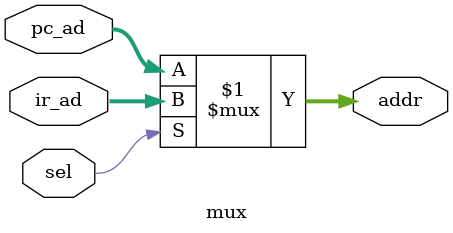
<source format=v>
module mux(addr, sel, ir_ad, pc_ad);  
// Dung de dinh dia chi cua IR hoac dia chi cua PC 
input [7:0] ir_ad, pc_ad; 
input sel; 
output [7:0] addr; 
assign addr = (sel)? ir_ad:pc_ad; 
endmodule
</source>
